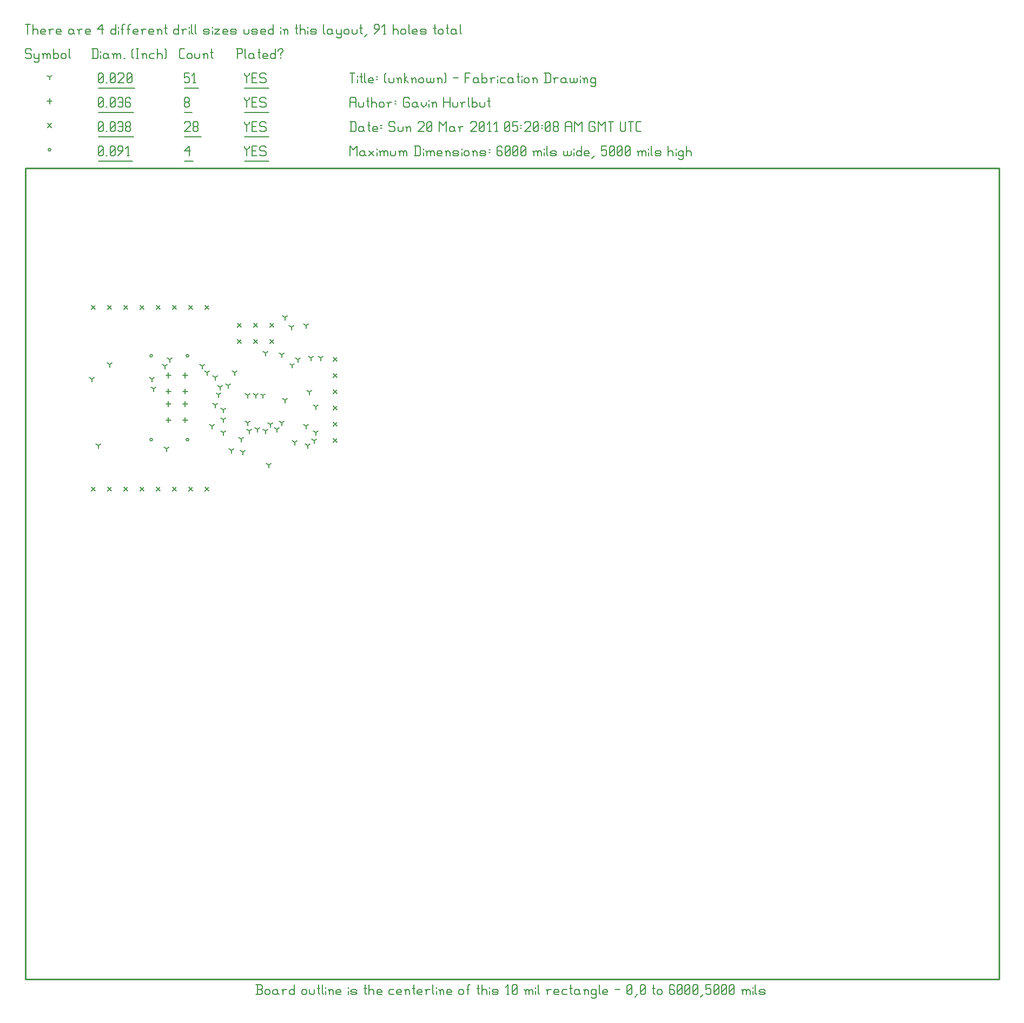
<source format=gbr>
G04 start of page 11 for group -3984 idx -3984 *
G04 Title: (unknown), fab *
G04 Creator: pcb 20091103 *
G04 CreationDate: Sun 20 Mar 2011 05:20:08 AM GMT UTC *
G04 For: gjhurlbu *
G04 Format: Gerber/RS-274X *
G04 PCB-Dimensions: 600000 500000 *
G04 PCB-Coordinate-Origin: lower left *
%MOIN*%
%FSLAX25Y25*%
%LNFAB*%
%ADD11C,0.0100*%
%ADD31R,0.0080X0.0080*%
%ADD32C,0.0060*%
G54D31*X99200Y384300D02*G75*G03X100800Y384300I800J0D01*G01*
G75*G03X99200Y384300I-800J0D01*G01*
X76800D02*G75*G03X78400Y384300I800J0D01*G01*
G75*G03X76800Y384300I-800J0D01*G01*
X99200Y332600D02*G75*G03X100800Y332600I800J0D01*G01*
G75*G03X99200Y332600I-800J0D01*G01*
X76800D02*G75*G03X78400Y332600I800J0D01*G01*
G75*G03X76800Y332600I-800J0D01*G01*
X14200Y511250D02*G75*G03X15800Y511250I800J0D01*G01*
G75*G03X14200Y511250I-800J0D01*G01*
G54D32*X135000Y513500D02*Y512750D01*
X136500Y511250D01*
X138000Y512750D01*
Y513500D02*Y512750D01*
X136500Y511250D02*Y507500D01*
X139801Y510500D02*X142051D01*
X139801Y507500D02*X142801D01*
X139801Y513500D02*Y507500D01*
Y513500D02*X142801D01*
X147603D02*X148353Y512750D01*
X145353Y513500D02*X147603D01*
X144603Y512750D02*X145353Y513500D01*
X144603Y512750D02*Y511250D01*
X145353Y510500D01*
X147603D01*
X148353Y509750D01*
Y508250D01*
X147603Y507500D02*X148353Y508250D01*
X145353Y507500D02*X147603D01*
X144603Y508250D02*X145353Y507500D01*
X135000Y504249D02*X150154D01*
X98000Y510500D02*X101000Y513500D01*
X98000Y510500D02*X101750D01*
X101000Y513500D02*Y507500D01*
X98000Y504249D02*X103551D01*
X45000Y508250D02*X45750Y507500D01*
X45000Y512750D02*Y508250D01*
Y512750D02*X45750Y513500D01*
X47250D01*
X48000Y512750D01*
Y508250D01*
X47250Y507500D02*X48000Y508250D01*
X45750Y507500D02*X47250D01*
X45000Y509000D02*X48000Y512000D01*
X49801Y507500D02*X50551D01*
X52353Y508250D02*X53103Y507500D01*
X52353Y512750D02*Y508250D01*
Y512750D02*X53103Y513500D01*
X54603D01*
X55353Y512750D01*
Y508250D01*
X54603Y507500D02*X55353Y508250D01*
X53103Y507500D02*X54603D01*
X52353Y509000D02*X55353Y512000D01*
X57154Y507500D02*X60154Y510500D01*
Y512750D02*Y510500D01*
X59404Y513500D02*X60154Y512750D01*
X57904Y513500D02*X59404D01*
X57154Y512750D02*X57904Y513500D01*
X57154Y512750D02*Y511250D01*
X57904Y510500D01*
X60154D01*
X62706Y507500D02*X64206D01*
X63456Y513500D02*Y507500D01*
X61956Y512000D02*X63456Y513500D01*
X45000Y504249D02*X66007D01*
X150800Y404200D02*X153200Y401800D01*
X150800D02*X153200Y404200D01*
X150800Y394200D02*X153200Y391800D01*
X150800D02*X153200Y394200D01*
X140800Y404200D02*X143200Y401800D01*
X140800D02*X143200Y404200D01*
X140800Y394200D02*X143200Y391800D01*
X140800D02*X143200Y394200D01*
X130800Y404200D02*X133200Y401800D01*
X130800D02*X133200Y404200D01*
X130800Y394200D02*X133200Y391800D01*
X130800D02*X133200Y394200D01*
X40800Y415200D02*X43200Y412800D01*
X40800D02*X43200Y415200D01*
X50800D02*X53200Y412800D01*
X50800D02*X53200Y415200D01*
X60800D02*X63200Y412800D01*
X60800D02*X63200Y415200D01*
X70800D02*X73200Y412800D01*
X70800D02*X73200Y415200D01*
X80800D02*X83200Y412800D01*
X80800D02*X83200Y415200D01*
X90800D02*X93200Y412800D01*
X90800D02*X93200Y415200D01*
X100800D02*X103200Y412800D01*
X100800D02*X103200Y415200D01*
X110800D02*X113200Y412800D01*
X110800D02*X113200Y415200D01*
X189800Y383200D02*X192200Y380800D01*
X189800D02*X192200Y383200D01*
X189800Y373200D02*X192200Y370800D01*
X189800D02*X192200Y373200D01*
X189800Y363200D02*X192200Y360800D01*
X189800D02*X192200Y363200D01*
X189800Y353200D02*X192200Y350800D01*
X189800D02*X192200Y353200D01*
X189800Y343200D02*X192200Y340800D01*
X189800D02*X192200Y343200D01*
X189800Y333200D02*X192200Y330800D01*
X189800D02*X192200Y333200D01*
X40800Y303200D02*X43200Y300800D01*
X40800D02*X43200Y303200D01*
X50800D02*X53200Y300800D01*
X50800D02*X53200Y303200D01*
X60800D02*X63200Y300800D01*
X60800D02*X63200Y303200D01*
X70800D02*X73200Y300800D01*
X70800D02*X73200Y303200D01*
X80800D02*X83200Y300800D01*
X80800D02*X83200Y303200D01*
X90800D02*X93200Y300800D01*
X90800D02*X93200Y303200D01*
X100800D02*X103200Y300800D01*
X100800D02*X103200Y303200D01*
X110800D02*X113200Y300800D01*
X110800D02*X113200Y303200D01*
X13800Y527450D02*X16200Y525050D01*
X13800D02*X16200Y527450D01*
X135000Y528500D02*Y527750D01*
X136500Y526250D01*
X138000Y527750D01*
Y528500D02*Y527750D01*
X136500Y526250D02*Y522500D01*
X139801Y525500D02*X142051D01*
X139801Y522500D02*X142801D01*
X139801Y528500D02*Y522500D01*
Y528500D02*X142801D01*
X147603D02*X148353Y527750D01*
X145353Y528500D02*X147603D01*
X144603Y527750D02*X145353Y528500D01*
X144603Y527750D02*Y526250D01*
X145353Y525500D01*
X147603D01*
X148353Y524750D01*
Y523250D01*
X147603Y522500D02*X148353Y523250D01*
X145353Y522500D02*X147603D01*
X144603Y523250D02*X145353Y522500D01*
X135000Y519249D02*X150154D01*
X98000Y527750D02*X98750Y528500D01*
X101000D01*
X101750Y527750D01*
Y526250D01*
X98000Y522500D02*X101750Y526250D01*
X98000Y522500D02*X101750D01*
X103551Y523250D02*X104301Y522500D01*
X103551Y524750D02*Y523250D01*
Y524750D02*X104301Y525500D01*
X105801D01*
X106551Y524750D01*
Y523250D01*
X105801Y522500D02*X106551Y523250D01*
X104301Y522500D02*X105801D01*
X103551Y526250D02*X104301Y525500D01*
X103551Y527750D02*Y526250D01*
Y527750D02*X104301Y528500D01*
X105801D01*
X106551Y527750D01*
Y526250D01*
X105801Y525500D02*X106551Y526250D01*
X98000Y519249D02*X108353D01*
X45000Y523250D02*X45750Y522500D01*
X45000Y527750D02*Y523250D01*
Y527750D02*X45750Y528500D01*
X47250D01*
X48000Y527750D01*
Y523250D01*
X47250Y522500D02*X48000Y523250D01*
X45750Y522500D02*X47250D01*
X45000Y524000D02*X48000Y527000D01*
X49801Y522500D02*X50551D01*
X52353Y523250D02*X53103Y522500D01*
X52353Y527750D02*Y523250D01*
Y527750D02*X53103Y528500D01*
X54603D01*
X55353Y527750D01*
Y523250D01*
X54603Y522500D02*X55353Y523250D01*
X53103Y522500D02*X54603D01*
X52353Y524000D02*X55353Y527000D01*
X57154Y527750D02*X57904Y528500D01*
X59404D01*
X60154Y527750D01*
Y523250D01*
X59404Y522500D02*X60154Y523250D01*
X57904Y522500D02*X59404D01*
X57154Y523250D02*X57904Y522500D01*
Y525500D02*X60154D01*
X61956Y523250D02*X62706Y522500D01*
X61956Y524750D02*Y523250D01*
Y524750D02*X62706Y525500D01*
X64206D01*
X64956Y524750D01*
Y523250D01*
X64206Y522500D02*X64956Y523250D01*
X62706Y522500D02*X64206D01*
X61956Y526250D02*X62706Y525500D01*
X61956Y527750D02*Y526250D01*
Y527750D02*X62706Y528500D01*
X64206D01*
X64956Y527750D01*
Y526250D01*
X64206Y525500D02*X64956Y526250D01*
X45000Y519249D02*X66757D01*
X88300Y373800D02*Y370600D01*
X86700Y372200D02*X89900D01*
X88300Y364000D02*Y360800D01*
X86700Y362400D02*X89900D01*
X88300Y356100D02*Y352900D01*
X86700Y354500D02*X89900D01*
X88300Y346300D02*Y343100D01*
X86700Y344700D02*X89900D01*
X98600Y373800D02*Y370600D01*
X97000Y372200D02*X100200D01*
X98600Y364000D02*Y360800D01*
X97000Y362400D02*X100200D01*
X98600Y356100D02*Y352900D01*
X97000Y354500D02*X100200D01*
X98600Y346300D02*Y343100D01*
X97000Y344700D02*X100200D01*
X15000Y542850D02*Y539650D01*
X13400Y541250D02*X16600D01*
X135000Y543500D02*Y542750D01*
X136500Y541250D01*
X138000Y542750D01*
Y543500D02*Y542750D01*
X136500Y541250D02*Y537500D01*
X139801Y540500D02*X142051D01*
X139801Y537500D02*X142801D01*
X139801Y543500D02*Y537500D01*
Y543500D02*X142801D01*
X147603D02*X148353Y542750D01*
X145353Y543500D02*X147603D01*
X144603Y542750D02*X145353Y543500D01*
X144603Y542750D02*Y541250D01*
X145353Y540500D01*
X147603D01*
X148353Y539750D01*
Y538250D01*
X147603Y537500D02*X148353Y538250D01*
X145353Y537500D02*X147603D01*
X144603Y538250D02*X145353Y537500D01*
X135000Y534249D02*X150154D01*
X98000Y538250D02*X98750Y537500D01*
X98000Y539750D02*Y538250D01*
Y539750D02*X98750Y540500D01*
X100250D01*
X101000Y539750D01*
Y538250D01*
X100250Y537500D02*X101000Y538250D01*
X98750Y537500D02*X100250D01*
X98000Y541250D02*X98750Y540500D01*
X98000Y542750D02*Y541250D01*
Y542750D02*X98750Y543500D01*
X100250D01*
X101000Y542750D01*
Y541250D01*
X100250Y540500D02*X101000Y541250D01*
X98000Y534249D02*X102801D01*
X45000Y538250D02*X45750Y537500D01*
X45000Y542750D02*Y538250D01*
Y542750D02*X45750Y543500D01*
X47250D01*
X48000Y542750D01*
Y538250D01*
X47250Y537500D02*X48000Y538250D01*
X45750Y537500D02*X47250D01*
X45000Y539000D02*X48000Y542000D01*
X49801Y537500D02*X50551D01*
X52353Y538250D02*X53103Y537500D01*
X52353Y542750D02*Y538250D01*
Y542750D02*X53103Y543500D01*
X54603D01*
X55353Y542750D01*
Y538250D01*
X54603Y537500D02*X55353Y538250D01*
X53103Y537500D02*X54603D01*
X52353Y539000D02*X55353Y542000D01*
X57154Y542750D02*X57904Y543500D01*
X59404D01*
X60154Y542750D01*
Y538250D01*
X59404Y537500D02*X60154Y538250D01*
X57904Y537500D02*X59404D01*
X57154Y538250D02*X57904Y537500D01*
Y540500D02*X60154D01*
X64206Y543500D02*X64956Y542750D01*
X62706Y543500D02*X64206D01*
X61956Y542750D02*X62706Y543500D01*
X61956Y542750D02*Y538250D01*
X62706Y537500D01*
X64206Y540500D02*X64956Y539750D01*
X61956Y540500D02*X64206D01*
X62706Y537500D02*X64206D01*
X64956Y538250D01*
Y539750D02*Y538250D01*
X45000Y534249D02*X66757D01*
X78000Y370000D02*Y368400D01*
Y370000D02*X79386Y370800D01*
X78000Y370000D02*X76614Y370800D01*
X41000Y370000D02*Y368400D01*
Y370000D02*X42386Y370800D01*
X41000Y370000D02*X39614Y370800D01*
X134000Y325000D02*Y323400D01*
Y325000D02*X135386Y325800D01*
X134000Y325000D02*X132614Y325800D01*
X137000Y343000D02*Y341400D01*
Y343000D02*X138386Y343800D01*
X137000Y343000D02*X135614Y343800D01*
X87000Y327000D02*Y325400D01*
Y327000D02*X88386Y327800D01*
X87000Y327000D02*X85614Y327800D01*
X79000Y364000D02*Y362400D01*
Y364000D02*X80386Y364800D01*
X79000Y364000D02*X77614Y364800D01*
X122000Y351000D02*Y349400D01*
Y351000D02*X123386Y351800D01*
X122000Y351000D02*X120614Y351800D01*
X119235Y360304D02*Y358704D01*
Y360304D02*X120621Y361104D01*
X119235Y360304D02*X117849Y361104D01*
X173000Y403000D02*Y401400D01*
Y403000D02*X174386Y403800D01*
X173000Y403000D02*X171614Y403800D01*
X125000Y366000D02*Y364400D01*
Y366000D02*X126386Y366800D01*
X125000Y366000D02*X123614Y366800D01*
X122000Y345000D02*Y343400D01*
Y345000D02*X123386Y345800D01*
X122000Y345000D02*X120614Y345800D01*
X117000Y354000D02*Y352400D01*
Y354000D02*X118386Y354800D01*
X117000Y354000D02*X115614Y354800D01*
X120000Y365000D02*Y363400D01*
Y365000D02*X121386Y365800D01*
X120000Y365000D02*X118614Y365800D01*
X158000Y343000D02*Y341400D01*
Y343000D02*X159386Y343800D01*
X158000Y343000D02*X156614Y343800D01*
X175000Y362000D02*Y360400D01*
Y362000D02*X176386Y362800D01*
X175000Y362000D02*X173614Y362800D01*
X179000Y353000D02*Y351400D01*
Y353000D02*X180386Y353800D01*
X179000Y353000D02*X177614Y353800D01*
X155000Y339000D02*Y337400D01*
Y339000D02*X156386Y339800D01*
X155000Y339000D02*X153614Y339800D01*
X151000Y342000D02*Y340400D01*
Y342000D02*X152386Y342800D01*
X151000Y342000D02*X149614Y342800D01*
X148000Y338000D02*Y336400D01*
Y338000D02*X149386Y338800D01*
X148000Y338000D02*X146614Y338800D01*
X117000Y371000D02*Y369400D01*
Y371000D02*X118386Y371800D01*
X117000Y371000D02*X115614Y371800D01*
X112000Y374000D02*Y372400D01*
Y374000D02*X113386Y374800D01*
X112000Y374000D02*X110614Y374800D01*
X109000Y378000D02*Y376400D01*
Y378000D02*X110386Y378800D01*
X109000Y378000D02*X107614Y378800D01*
X122000Y337000D02*Y335400D01*
Y337000D02*X123386Y337800D01*
X122000Y337000D02*X120614Y337800D01*
X115000Y341000D02*Y339400D01*
Y341000D02*X116386Y341800D01*
X115000Y341000D02*X113614Y341800D01*
X133000Y333000D02*Y331400D01*
Y333000D02*X134386Y333800D01*
X133000Y333000D02*X131614Y333800D01*
X127000Y326000D02*Y324400D01*
Y326000D02*X128386Y326800D01*
X127000Y326000D02*X125614Y326800D01*
X137000Y360000D02*Y358400D01*
Y360000D02*X138386Y360800D01*
X137000Y360000D02*X135614Y360800D01*
X150000Y317000D02*Y315400D01*
Y317000D02*X151386Y317800D01*
X150000Y317000D02*X148614Y317800D01*
X143000Y339000D02*Y337400D01*
Y339000D02*X144386Y339800D01*
X143000Y339000D02*X141614Y339800D01*
X52000Y379000D02*Y377400D01*
Y379000D02*X53386Y379800D01*
X52000Y379000D02*X50614Y379800D01*
X138000Y338000D02*Y336400D01*
Y338000D02*X139386Y338800D01*
X138000Y338000D02*X136614Y338800D01*
X166000Y331000D02*Y329400D01*
Y331000D02*X167386Y331800D01*
X166000Y331000D02*X164614Y331800D01*
X142000Y360000D02*Y358400D01*
Y360000D02*X143386Y360800D01*
X142000Y360000D02*X140614Y360800D01*
X129000Y374000D02*Y372400D01*
Y374000D02*X130386Y374800D01*
X129000Y374000D02*X127614Y374800D01*
X89000Y382000D02*Y380400D01*
Y382000D02*X90386Y382800D01*
X89000Y382000D02*X87614Y382800D01*
X86000Y378000D02*Y376400D01*
Y378000D02*X87386Y378800D01*
X86000Y378000D02*X84614Y378800D01*
X146559Y359849D02*Y358249D01*
Y359849D02*X147945Y360649D01*
X146559Y359849D02*X145173Y360649D01*
X158000Y385000D02*Y383400D01*
Y385000D02*X159386Y385800D01*
X158000Y385000D02*X156614Y385800D01*
X176000Y383000D02*Y381400D01*
Y383000D02*X177386Y383800D01*
X176000Y383000D02*X174614Y383800D01*
X164539Y378603D02*Y377003D01*
Y378603D02*X165925Y379403D01*
X164539Y378603D02*X163153Y379403D01*
X168000Y382000D02*Y380400D01*
Y382000D02*X169386Y382800D01*
X168000Y382000D02*X166614Y382800D01*
X173000Y341000D02*Y339400D01*
Y341000D02*X174386Y341800D01*
X173000Y341000D02*X171614Y341800D01*
X182000Y383000D02*Y381400D01*
Y383000D02*X183386Y383800D01*
X182000Y383000D02*X180614Y383800D01*
X164000Y402000D02*Y400400D01*
Y402000D02*X165386Y402800D01*
X164000Y402000D02*X162614Y402800D01*
X174000Y329000D02*Y327400D01*
Y329000D02*X175386Y329800D01*
X174000Y329000D02*X172614Y329800D01*
X178000Y332000D02*Y330400D01*
Y332000D02*X179386Y332800D01*
X178000Y332000D02*X176614Y332800D01*
X179000Y337000D02*Y335400D01*
Y337000D02*X180386Y337800D01*
X179000Y337000D02*X177614Y337800D01*
X148000Y386000D02*Y384400D01*
Y386000D02*X149386Y386800D01*
X148000Y386000D02*X146614Y386800D01*
X160000Y357000D02*Y355400D01*
Y357000D02*X161386Y357800D01*
X160000Y357000D02*X158614Y357800D01*
X160000Y408000D02*Y406400D01*
Y408000D02*X161386Y408800D01*
X160000Y408000D02*X158614Y408800D01*
X45000Y329000D02*Y327400D01*
Y329000D02*X46386Y329800D01*
X45000Y329000D02*X43614Y329800D01*
X15000Y556250D02*Y554650D01*
Y556250D02*X16386Y557050D01*
X15000Y556250D02*X13614Y557050D01*
X135000Y558500D02*Y557750D01*
X136500Y556250D01*
X138000Y557750D01*
Y558500D02*Y557750D01*
X136500Y556250D02*Y552500D01*
X139801Y555500D02*X142051D01*
X139801Y552500D02*X142801D01*
X139801Y558500D02*Y552500D01*
Y558500D02*X142801D01*
X147603D02*X148353Y557750D01*
X145353Y558500D02*X147603D01*
X144603Y557750D02*X145353Y558500D01*
X144603Y557750D02*Y556250D01*
X145353Y555500D01*
X147603D01*
X148353Y554750D01*
Y553250D01*
X147603Y552500D02*X148353Y553250D01*
X145353Y552500D02*X147603D01*
X144603Y553250D02*X145353Y552500D01*
X135000Y549249D02*X150154D01*
X98000Y558500D02*X101000D01*
X98000D02*Y555500D01*
X98750Y556250D01*
X100250D01*
X101000Y555500D01*
Y553250D01*
X100250Y552500D02*X101000Y553250D01*
X98750Y552500D02*X100250D01*
X98000Y553250D02*X98750Y552500D01*
X103551D02*X105051D01*
X104301Y558500D02*Y552500D01*
X102801Y557000D02*X104301Y558500D01*
X98000Y549249D02*X106853D01*
X45000Y553250D02*X45750Y552500D01*
X45000Y557750D02*Y553250D01*
Y557750D02*X45750Y558500D01*
X47250D01*
X48000Y557750D01*
Y553250D01*
X47250Y552500D02*X48000Y553250D01*
X45750Y552500D02*X47250D01*
X45000Y554000D02*X48000Y557000D01*
X49801Y552500D02*X50551D01*
X52353Y553250D02*X53103Y552500D01*
X52353Y557750D02*Y553250D01*
Y557750D02*X53103Y558500D01*
X54603D01*
X55353Y557750D01*
Y553250D01*
X54603Y552500D02*X55353Y553250D01*
X53103Y552500D02*X54603D01*
X52353Y554000D02*X55353Y557000D01*
X57154Y557750D02*X57904Y558500D01*
X60154D01*
X60904Y557750D01*
Y556250D01*
X57154Y552500D02*X60904Y556250D01*
X57154Y552500D02*X60904D01*
X62706Y553250D02*X63456Y552500D01*
X62706Y557750D02*Y553250D01*
Y557750D02*X63456Y558500D01*
X64956D01*
X65706Y557750D01*
Y553250D01*
X64956Y552500D02*X65706Y553250D01*
X63456Y552500D02*X64956D01*
X62706Y554000D02*X65706Y557000D01*
X45000Y549249D02*X67507D01*
X3000Y573500D02*X3750Y572750D01*
X750Y573500D02*X3000D01*
X0Y572750D02*X750Y573500D01*
X0Y572750D02*Y571250D01*
X750Y570500D01*
X3000D01*
X3750Y569750D01*
Y568250D01*
X3000Y567500D02*X3750Y568250D01*
X750Y567500D02*X3000D01*
X0Y568250D02*X750Y567500D01*
X5551Y570500D02*Y568250D01*
X6301Y567500D01*
X8551Y570500D02*Y566000D01*
X7801Y565250D02*X8551Y566000D01*
X6301Y565250D02*X7801D01*
X5551Y566000D02*X6301Y565250D01*
Y567500D02*X7801D01*
X8551Y568250D01*
X11103Y569750D02*Y567500D01*
Y569750D02*X11853Y570500D01*
X12603D01*
X13353Y569750D01*
Y567500D01*
Y569750D02*X14103Y570500D01*
X14853D01*
X15603Y569750D01*
Y567500D01*
X10353Y570500D02*X11103Y569750D01*
X17404Y573500D02*Y567500D01*
Y568250D02*X18154Y567500D01*
X19654D01*
X20404Y568250D01*
Y569750D02*Y568250D01*
X19654Y570500D02*X20404Y569750D01*
X18154Y570500D02*X19654D01*
X17404Y569750D02*X18154Y570500D01*
X22206Y569750D02*Y568250D01*
Y569750D02*X22956Y570500D01*
X24456D01*
X25206Y569750D01*
Y568250D01*
X24456Y567500D02*X25206Y568250D01*
X22956Y567500D02*X24456D01*
X22206Y568250D02*X22956Y567500D01*
X27007Y573500D02*Y568250D01*
X27757Y567500D01*
X41750Y573500D02*Y567500D01*
X44000Y573500D02*X44750Y572750D01*
Y568250D01*
X44000Y567500D02*X44750Y568250D01*
X41000Y567500D02*X44000D01*
X41000Y573500D02*X44000D01*
X46551Y572000D02*Y571250D01*
Y569750D02*Y567500D01*
X50303Y570500D02*X51053Y569750D01*
X48803Y570500D02*X50303D01*
X48053Y569750D02*X48803Y570500D01*
X48053Y569750D02*Y568250D01*
X48803Y567500D01*
X51053Y570500D02*Y568250D01*
X51803Y567500D01*
X48803D02*X50303D01*
X51053Y568250D01*
X54354Y569750D02*Y567500D01*
Y569750D02*X55104Y570500D01*
X55854D01*
X56604Y569750D01*
Y567500D01*
Y569750D02*X57354Y570500D01*
X58104D01*
X58854Y569750D01*
Y567500D01*
X53604Y570500D02*X54354Y569750D01*
X60656Y567500D02*X61406D01*
X65907Y568250D02*X66657Y567500D01*
X65907Y572750D02*X66657Y573500D01*
X65907Y572750D02*Y568250D01*
X68459Y573500D02*X69959D01*
X69209D02*Y567500D01*
X68459D02*X69959D01*
X72510Y569750D02*Y567500D01*
Y569750D02*X73260Y570500D01*
X74010D01*
X74760Y569750D01*
Y567500D01*
X71760Y570500D02*X72510Y569750D01*
X77312Y570500D02*X79562D01*
X76562Y569750D02*X77312Y570500D01*
X76562Y569750D02*Y568250D01*
X77312Y567500D01*
X79562D01*
X81363Y573500D02*Y567500D01*
Y569750D02*X82113Y570500D01*
X83613D01*
X84363Y569750D01*
Y567500D01*
X86165Y573500D02*X86915Y572750D01*
Y568250D01*
X86165Y567500D02*X86915Y568250D01*
X95750Y567500D02*X98000D01*
X95000Y568250D02*X95750Y567500D01*
X95000Y572750D02*Y568250D01*
Y572750D02*X95750Y573500D01*
X98000D01*
X99801Y569750D02*Y568250D01*
Y569750D02*X100551Y570500D01*
X102051D01*
X102801Y569750D01*
Y568250D01*
X102051Y567500D02*X102801Y568250D01*
X100551Y567500D02*X102051D01*
X99801Y568250D02*X100551Y567500D01*
X104603Y570500D02*Y568250D01*
X105353Y567500D01*
X106853D01*
X107603Y568250D01*
Y570500D02*Y568250D01*
X110154Y569750D02*Y567500D01*
Y569750D02*X110904Y570500D01*
X111654D01*
X112404Y569750D01*
Y567500D01*
X109404Y570500D02*X110154Y569750D01*
X114956Y573500D02*Y568250D01*
X115706Y567500D01*
X114206Y571250D02*X115706D01*
X130750Y573500D02*Y567500D01*
X130000Y573500D02*X133000D01*
X133750Y572750D01*
Y571250D01*
X133000Y570500D02*X133750Y571250D01*
X130750Y570500D02*X133000D01*
X135551Y573500D02*Y568250D01*
X136301Y567500D01*
X140053Y570500D02*X140803Y569750D01*
X138553Y570500D02*X140053D01*
X137803Y569750D02*X138553Y570500D01*
X137803Y569750D02*Y568250D01*
X138553Y567500D01*
X140803Y570500D02*Y568250D01*
X141553Y567500D01*
X138553D02*X140053D01*
X140803Y568250D01*
X144104Y573500D02*Y568250D01*
X144854Y567500D01*
X143354Y571250D02*X144854D01*
X147106Y567500D02*X149356D01*
X146356Y568250D02*X147106Y567500D01*
X146356Y569750D02*Y568250D01*
Y569750D02*X147106Y570500D01*
X148606D01*
X149356Y569750D01*
X146356Y569000D02*X149356D01*
Y569750D02*Y569000D01*
X154157Y573500D02*Y567500D01*
X153407D02*X154157Y568250D01*
X151907Y567500D02*X153407D01*
X151157Y568250D02*X151907Y567500D01*
X151157Y569750D02*Y568250D01*
Y569750D02*X151907Y570500D01*
X153407D01*
X154157Y569750D01*
X157459Y570500D02*Y569750D01*
Y568250D02*Y567500D01*
X155959Y572750D02*Y572000D01*
Y572750D02*X156709Y573500D01*
X158209D01*
X158959Y572750D01*
Y572000D01*
X157459Y570500D02*X158959Y572000D01*
X0Y588500D02*X3000D01*
X1500D02*Y582500D01*
X4801Y588500D02*Y582500D01*
Y584750D02*X5551Y585500D01*
X7051D01*
X7801Y584750D01*
Y582500D01*
X10353D02*X12603D01*
X9603Y583250D02*X10353Y582500D01*
X9603Y584750D02*Y583250D01*
Y584750D02*X10353Y585500D01*
X11853D01*
X12603Y584750D01*
X9603Y584000D02*X12603D01*
Y584750D02*Y584000D01*
X15154Y584750D02*Y582500D01*
Y584750D02*X15904Y585500D01*
X17404D01*
X14404D02*X15154Y584750D01*
X19956Y582500D02*X22206D01*
X19206Y583250D02*X19956Y582500D01*
X19206Y584750D02*Y583250D01*
Y584750D02*X19956Y585500D01*
X21456D01*
X22206Y584750D01*
X19206Y584000D02*X22206D01*
Y584750D02*Y584000D01*
X28957Y585500D02*X29707Y584750D01*
X27457Y585500D02*X28957D01*
X26707Y584750D02*X27457Y585500D01*
X26707Y584750D02*Y583250D01*
X27457Y582500D01*
X29707Y585500D02*Y583250D01*
X30457Y582500D01*
X27457D02*X28957D01*
X29707Y583250D01*
X33009Y584750D02*Y582500D01*
Y584750D02*X33759Y585500D01*
X35259D01*
X32259D02*X33009Y584750D01*
X37810Y582500D02*X40060D01*
X37060Y583250D02*X37810Y582500D01*
X37060Y584750D02*Y583250D01*
Y584750D02*X37810Y585500D01*
X39310D01*
X40060Y584750D01*
X37060Y584000D02*X40060D01*
Y584750D02*Y584000D01*
X44562Y585500D02*X47562Y588500D01*
X44562Y585500D02*X48312D01*
X47562Y588500D02*Y582500D01*
X55813Y588500D02*Y582500D01*
X55063D02*X55813Y583250D01*
X53563Y582500D02*X55063D01*
X52813Y583250D02*X53563Y582500D01*
X52813Y584750D02*Y583250D01*
Y584750D02*X53563Y585500D01*
X55063D01*
X55813Y584750D01*
X57615Y587000D02*Y586250D01*
Y584750D02*Y582500D01*
X59866Y587750D02*Y582500D01*
Y587750D02*X60616Y588500D01*
X61366D01*
X59116Y585500D02*X60616D01*
X63618Y587750D02*Y582500D01*
Y587750D02*X64368Y588500D01*
X65118D01*
X62868Y585500D02*X64368D01*
X67369Y582500D02*X69619D01*
X66619Y583250D02*X67369Y582500D01*
X66619Y584750D02*Y583250D01*
Y584750D02*X67369Y585500D01*
X68869D01*
X69619Y584750D01*
X66619Y584000D02*X69619D01*
Y584750D02*Y584000D01*
X72171Y584750D02*Y582500D01*
Y584750D02*X72921Y585500D01*
X74421D01*
X71421D02*X72171Y584750D01*
X76972Y582500D02*X79222D01*
X76222Y583250D02*X76972Y582500D01*
X76222Y584750D02*Y583250D01*
Y584750D02*X76972Y585500D01*
X78472D01*
X79222Y584750D01*
X76222Y584000D02*X79222D01*
Y584750D02*Y584000D01*
X81774Y584750D02*Y582500D01*
Y584750D02*X82524Y585500D01*
X83274D01*
X84024Y584750D01*
Y582500D01*
X81024Y585500D02*X81774Y584750D01*
X86575Y588500D02*Y583250D01*
X87325Y582500D01*
X85825Y586250D02*X87325D01*
X94527Y588500D02*Y582500D01*
X93777D02*X94527Y583250D01*
X92277Y582500D02*X93777D01*
X91527Y583250D02*X92277Y582500D01*
X91527Y584750D02*Y583250D01*
Y584750D02*X92277Y585500D01*
X93777D01*
X94527Y584750D01*
X97078D02*Y582500D01*
Y584750D02*X97828Y585500D01*
X99328D01*
X96328D02*X97078Y584750D01*
X101130Y587000D02*Y586250D01*
Y584750D02*Y582500D01*
X102631Y588500D02*Y583250D01*
X103381Y582500D01*
X104883Y588500D02*Y583250D01*
X105633Y582500D01*
X110584D02*X112834D01*
X113584Y583250D01*
X112834Y584000D02*X113584Y583250D01*
X110584Y584000D02*X112834D01*
X109834Y584750D02*X110584Y584000D01*
X109834Y584750D02*X110584Y585500D01*
X112834D01*
X113584Y584750D01*
X109834Y583250D02*X110584Y582500D01*
X115386Y587000D02*Y586250D01*
Y584750D02*Y582500D01*
X116887Y585500D02*X119887D01*
X116887Y582500D02*X119887Y585500D01*
X116887Y582500D02*X119887D01*
X122439D02*X124689D01*
X121689Y583250D02*X122439Y582500D01*
X121689Y584750D02*Y583250D01*
Y584750D02*X122439Y585500D01*
X123939D01*
X124689Y584750D01*
X121689Y584000D02*X124689D01*
Y584750D02*Y584000D01*
X127240Y582500D02*X129490D01*
X130240Y583250D01*
X129490Y584000D02*X130240Y583250D01*
X127240Y584000D02*X129490D01*
X126490Y584750D02*X127240Y584000D01*
X126490Y584750D02*X127240Y585500D01*
X129490D01*
X130240Y584750D01*
X126490Y583250D02*X127240Y582500D01*
X134742Y585500D02*Y583250D01*
X135492Y582500D01*
X136992D01*
X137742Y583250D01*
Y585500D02*Y583250D01*
X140293Y582500D02*X142543D01*
X143293Y583250D01*
X142543Y584000D02*X143293Y583250D01*
X140293Y584000D02*X142543D01*
X139543Y584750D02*X140293Y584000D01*
X139543Y584750D02*X140293Y585500D01*
X142543D01*
X143293Y584750D01*
X139543Y583250D02*X140293Y582500D01*
X145845D02*X148095D01*
X145095Y583250D02*X145845Y582500D01*
X145095Y584750D02*Y583250D01*
Y584750D02*X145845Y585500D01*
X147345D01*
X148095Y584750D01*
X145095Y584000D02*X148095D01*
Y584750D02*Y584000D01*
X152896Y588500D02*Y582500D01*
X152146D02*X152896Y583250D01*
X150646Y582500D02*X152146D01*
X149896Y583250D02*X150646Y582500D01*
X149896Y584750D02*Y583250D01*
Y584750D02*X150646Y585500D01*
X152146D01*
X152896Y584750D01*
X157398Y587000D02*Y586250D01*
Y584750D02*Y582500D01*
X159649Y584750D02*Y582500D01*
Y584750D02*X160399Y585500D01*
X161149D01*
X161899Y584750D01*
Y582500D01*
X158899Y585500D02*X159649Y584750D01*
X167151Y588500D02*Y583250D01*
X167901Y582500D01*
X166401Y586250D02*X167901D01*
X169402Y588500D02*Y582500D01*
Y584750D02*X170152Y585500D01*
X171652D01*
X172402Y584750D01*
Y582500D01*
X174204Y587000D02*Y586250D01*
Y584750D02*Y582500D01*
X176455D02*X178705D01*
X179455Y583250D01*
X178705Y584000D02*X179455Y583250D01*
X176455Y584000D02*X178705D01*
X175705Y584750D02*X176455Y584000D01*
X175705Y584750D02*X176455Y585500D01*
X178705D01*
X179455Y584750D01*
X175705Y583250D02*X176455Y582500D01*
X183957Y588500D02*Y583250D01*
X184707Y582500D01*
X188458Y585500D02*X189208Y584750D01*
X186958Y585500D02*X188458D01*
X186208Y584750D02*X186958Y585500D01*
X186208Y584750D02*Y583250D01*
X186958Y582500D01*
X189208Y585500D02*Y583250D01*
X189958Y582500D01*
X186958D02*X188458D01*
X189208Y583250D01*
X191760Y585500D02*Y583250D01*
X192510Y582500D01*
X194760Y585500D02*Y581000D01*
X194010Y580250D02*X194760Y581000D01*
X192510Y580250D02*X194010D01*
X191760Y581000D02*X192510Y580250D01*
Y582500D02*X194010D01*
X194760Y583250D01*
X196561Y584750D02*Y583250D01*
Y584750D02*X197311Y585500D01*
X198811D01*
X199561Y584750D01*
Y583250D01*
X198811Y582500D02*X199561Y583250D01*
X197311Y582500D02*X198811D01*
X196561Y583250D02*X197311Y582500D01*
X201363Y585500D02*Y583250D01*
X202113Y582500D01*
X203613D01*
X204363Y583250D01*
Y585500D02*Y583250D01*
X206914Y588500D02*Y583250D01*
X207664Y582500D01*
X206164Y586250D02*X207664D01*
X209166Y581000D02*X210666Y582500D01*
X215167D02*X218167Y585500D01*
Y587750D02*Y585500D01*
X217417Y588500D02*X218167Y587750D01*
X215917Y588500D02*X217417D01*
X215167Y587750D02*X215917Y588500D01*
X215167Y587750D02*Y586250D01*
X215917Y585500D01*
X218167D01*
X220719Y582500D02*X222219D01*
X221469Y588500D02*Y582500D01*
X219969Y587000D02*X221469Y588500D01*
X226720D02*Y582500D01*
Y584750D02*X227470Y585500D01*
X228970D01*
X229720Y584750D01*
Y582500D01*
X231522Y584750D02*Y583250D01*
Y584750D02*X232272Y585500D01*
X233772D01*
X234522Y584750D01*
Y583250D01*
X233772Y582500D02*X234522Y583250D01*
X232272Y582500D02*X233772D01*
X231522Y583250D02*X232272Y582500D01*
X236323Y588500D02*Y583250D01*
X237073Y582500D01*
X239325D02*X241575D01*
X238575Y583250D02*X239325Y582500D01*
X238575Y584750D02*Y583250D01*
Y584750D02*X239325Y585500D01*
X240825D01*
X241575Y584750D01*
X238575Y584000D02*X241575D01*
Y584750D02*Y584000D01*
X244126Y582500D02*X246376D01*
X247126Y583250D01*
X246376Y584000D02*X247126Y583250D01*
X244126Y584000D02*X246376D01*
X243376Y584750D02*X244126Y584000D01*
X243376Y584750D02*X244126Y585500D01*
X246376D01*
X247126Y584750D01*
X243376Y583250D02*X244126Y582500D01*
X252378Y588500D02*Y583250D01*
X253128Y582500D01*
X251628Y586250D02*X253128D01*
X254629Y584750D02*Y583250D01*
Y584750D02*X255379Y585500D01*
X256879D01*
X257629Y584750D01*
Y583250D01*
X256879Y582500D02*X257629Y583250D01*
X255379Y582500D02*X256879D01*
X254629Y583250D02*X255379Y582500D01*
X260181Y588500D02*Y583250D01*
X260931Y582500D01*
X259431Y586250D02*X260931D01*
X264682Y585500D02*X265432Y584750D01*
X263182Y585500D02*X264682D01*
X262432Y584750D02*X263182Y585500D01*
X262432Y584750D02*Y583250D01*
X263182Y582500D01*
X265432Y585500D02*Y583250D01*
X266182Y582500D01*
X263182D02*X264682D01*
X265432Y583250D01*
X267984Y588500D02*Y583250D01*
X268734Y582500D01*
G54D11*X0Y500000D02*X600000D01*
X0D02*Y0D01*
X600000Y500000D02*Y0D01*
X0D02*X600000D01*
G54D32*X200000Y513500D02*Y507500D01*
Y513500D02*X202250Y511250D01*
X204500Y513500D01*
Y507500D01*
X208551Y510500D02*X209301Y509750D01*
X207051Y510500D02*X208551D01*
X206301Y509750D02*X207051Y510500D01*
X206301Y509750D02*Y508250D01*
X207051Y507500D01*
X209301Y510500D02*Y508250D01*
X210051Y507500D01*
X207051D02*X208551D01*
X209301Y508250D01*
X211853Y510500D02*X214853Y507500D01*
X211853D02*X214853Y510500D01*
X216654Y512000D02*Y511250D01*
Y509750D02*Y507500D01*
X218906Y509750D02*Y507500D01*
Y509750D02*X219656Y510500D01*
X220406D01*
X221156Y509750D01*
Y507500D01*
Y509750D02*X221906Y510500D01*
X222656D01*
X223406Y509750D01*
Y507500D01*
X218156Y510500D02*X218906Y509750D01*
X225207Y510500D02*Y508250D01*
X225957Y507500D01*
X227457D01*
X228207Y508250D01*
Y510500D02*Y508250D01*
X230759Y509750D02*Y507500D01*
Y509750D02*X231509Y510500D01*
X232259D01*
X233009Y509750D01*
Y507500D01*
Y509750D02*X233759Y510500D01*
X234509D01*
X235259Y509750D01*
Y507500D01*
X230009Y510500D02*X230759Y509750D01*
X240510Y513500D02*Y507500D01*
X242760Y513500D02*X243510Y512750D01*
Y508250D01*
X242760Y507500D02*X243510Y508250D01*
X239760Y507500D02*X242760D01*
X239760Y513500D02*X242760D01*
X245312Y512000D02*Y511250D01*
Y509750D02*Y507500D01*
X247563Y509750D02*Y507500D01*
Y509750D02*X248313Y510500D01*
X249063D01*
X249813Y509750D01*
Y507500D01*
Y509750D02*X250563Y510500D01*
X251313D01*
X252063Y509750D01*
Y507500D01*
X246813Y510500D02*X247563Y509750D01*
X254615Y507500D02*X256865D01*
X253865Y508250D02*X254615Y507500D01*
X253865Y509750D02*Y508250D01*
Y509750D02*X254615Y510500D01*
X256115D01*
X256865Y509750D01*
X253865Y509000D02*X256865D01*
Y509750D02*Y509000D01*
X259416Y509750D02*Y507500D01*
Y509750D02*X260166Y510500D01*
X260916D01*
X261666Y509750D01*
Y507500D01*
X258666Y510500D02*X259416Y509750D01*
X264218Y507500D02*X266468D01*
X267218Y508250D01*
X266468Y509000D02*X267218Y508250D01*
X264218Y509000D02*X266468D01*
X263468Y509750D02*X264218Y509000D01*
X263468Y509750D02*X264218Y510500D01*
X266468D01*
X267218Y509750D01*
X263468Y508250D02*X264218Y507500D01*
X269019Y512000D02*Y511250D01*
Y509750D02*Y507500D01*
X270521Y509750D02*Y508250D01*
Y509750D02*X271271Y510500D01*
X272771D01*
X273521Y509750D01*
Y508250D01*
X272771Y507500D02*X273521Y508250D01*
X271271Y507500D02*X272771D01*
X270521Y508250D02*X271271Y507500D01*
X276072Y509750D02*Y507500D01*
Y509750D02*X276822Y510500D01*
X277572D01*
X278322Y509750D01*
Y507500D01*
X275322Y510500D02*X276072Y509750D01*
X280874Y507500D02*X283124D01*
X283874Y508250D01*
X283124Y509000D02*X283874Y508250D01*
X280874Y509000D02*X283124D01*
X280124Y509750D02*X280874Y509000D01*
X280124Y509750D02*X280874Y510500D01*
X283124D01*
X283874Y509750D01*
X280124Y508250D02*X280874Y507500D01*
X285675Y511250D02*X286425D01*
X285675Y509750D02*X286425D01*
X293177Y513500D02*X293927Y512750D01*
X291677Y513500D02*X293177D01*
X290927Y512750D02*X291677Y513500D01*
X290927Y512750D02*Y508250D01*
X291677Y507500D01*
X293177Y510500D02*X293927Y509750D01*
X290927Y510500D02*X293177D01*
X291677Y507500D02*X293177D01*
X293927Y508250D01*
Y509750D02*Y508250D01*
X295728D02*X296478Y507500D01*
X295728Y512750D02*Y508250D01*
Y512750D02*X296478Y513500D01*
X297978D01*
X298728Y512750D01*
Y508250D01*
X297978Y507500D02*X298728Y508250D01*
X296478Y507500D02*X297978D01*
X295728Y509000D02*X298728Y512000D01*
X300530Y508250D02*X301280Y507500D01*
X300530Y512750D02*Y508250D01*
Y512750D02*X301280Y513500D01*
X302780D01*
X303530Y512750D01*
Y508250D01*
X302780Y507500D02*X303530Y508250D01*
X301280Y507500D02*X302780D01*
X300530Y509000D02*X303530Y512000D01*
X305331Y508250D02*X306081Y507500D01*
X305331Y512750D02*Y508250D01*
Y512750D02*X306081Y513500D01*
X307581D01*
X308331Y512750D01*
Y508250D01*
X307581Y507500D02*X308331Y508250D01*
X306081Y507500D02*X307581D01*
X305331Y509000D02*X308331Y512000D01*
X313583Y509750D02*Y507500D01*
Y509750D02*X314333Y510500D01*
X315083D01*
X315833Y509750D01*
Y507500D01*
Y509750D02*X316583Y510500D01*
X317333D01*
X318083Y509750D01*
Y507500D01*
X312833Y510500D02*X313583Y509750D01*
X319884Y512000D02*Y511250D01*
Y509750D02*Y507500D01*
X321386Y513500D02*Y508250D01*
X322136Y507500D01*
X324387D02*X326637D01*
X327387Y508250D01*
X326637Y509000D02*X327387Y508250D01*
X324387Y509000D02*X326637D01*
X323637Y509750D02*X324387Y509000D01*
X323637Y509750D02*X324387Y510500D01*
X326637D01*
X327387Y509750D01*
X323637Y508250D02*X324387Y507500D01*
X331889Y510500D02*Y508250D01*
X332639Y507500D01*
X333389D01*
X334139Y508250D01*
Y510500D02*Y508250D01*
X334889Y507500D01*
X335639D01*
X336389Y508250D01*
Y510500D02*Y508250D01*
X338190Y512000D02*Y511250D01*
Y509750D02*Y507500D01*
X342692Y513500D02*Y507500D01*
X341942D02*X342692Y508250D01*
X340442Y507500D02*X341942D01*
X339692Y508250D02*X340442Y507500D01*
X339692Y509750D02*Y508250D01*
Y509750D02*X340442Y510500D01*
X341942D01*
X342692Y509750D01*
X345243Y507500D02*X347493D01*
X344493Y508250D02*X345243Y507500D01*
X344493Y509750D02*Y508250D01*
Y509750D02*X345243Y510500D01*
X346743D01*
X347493Y509750D01*
X344493Y509000D02*X347493D01*
Y509750D02*Y509000D01*
X349295Y506000D02*X350795Y507500D01*
X355296Y513500D02*X358296D01*
X355296D02*Y510500D01*
X356046Y511250D01*
X357546D01*
X358296Y510500D01*
Y508250D01*
X357546Y507500D02*X358296Y508250D01*
X356046Y507500D02*X357546D01*
X355296Y508250D02*X356046Y507500D01*
X360098Y508250D02*X360848Y507500D01*
X360098Y512750D02*Y508250D01*
Y512750D02*X360848Y513500D01*
X362348D01*
X363098Y512750D01*
Y508250D01*
X362348Y507500D02*X363098Y508250D01*
X360848Y507500D02*X362348D01*
X360098Y509000D02*X363098Y512000D01*
X364899Y508250D02*X365649Y507500D01*
X364899Y512750D02*Y508250D01*
Y512750D02*X365649Y513500D01*
X367149D01*
X367899Y512750D01*
Y508250D01*
X367149Y507500D02*X367899Y508250D01*
X365649Y507500D02*X367149D01*
X364899Y509000D02*X367899Y512000D01*
X369701Y508250D02*X370451Y507500D01*
X369701Y512750D02*Y508250D01*
Y512750D02*X370451Y513500D01*
X371951D01*
X372701Y512750D01*
Y508250D01*
X371951Y507500D02*X372701Y508250D01*
X370451Y507500D02*X371951D01*
X369701Y509000D02*X372701Y512000D01*
X377952Y509750D02*Y507500D01*
Y509750D02*X378702Y510500D01*
X379452D01*
X380202Y509750D01*
Y507500D01*
Y509750D02*X380952Y510500D01*
X381702D01*
X382452Y509750D01*
Y507500D01*
X377202Y510500D02*X377952Y509750D01*
X384254Y512000D02*Y511250D01*
Y509750D02*Y507500D01*
X385755Y513500D02*Y508250D01*
X386505Y507500D01*
X388757D02*X391007D01*
X391757Y508250D01*
X391007Y509000D02*X391757Y508250D01*
X388757Y509000D02*X391007D01*
X388007Y509750D02*X388757Y509000D01*
X388007Y509750D02*X388757Y510500D01*
X391007D01*
X391757Y509750D01*
X388007Y508250D02*X388757Y507500D01*
X396258Y513500D02*Y507500D01*
Y509750D02*X397008Y510500D01*
X398508D01*
X399258Y509750D01*
Y507500D01*
X401060Y512000D02*Y511250D01*
Y509750D02*Y507500D01*
X404811Y510500D02*X405561Y509750D01*
X403311Y510500D02*X404811D01*
X402561Y509750D02*X403311Y510500D01*
X402561Y509750D02*Y508250D01*
X403311Y507500D01*
X404811D01*
X405561Y508250D01*
X402561Y506000D02*X403311Y505250D01*
X404811D01*
X405561Y506000D01*
Y510500D02*Y506000D01*
X407363Y513500D02*Y507500D01*
Y509750D02*X408113Y510500D01*
X409613D01*
X410363Y509750D01*
Y507500D01*
X142226Y-9500D02*X145226D01*
X145976Y-8750D01*
Y-7250D02*Y-8750D01*
X145226Y-6500D02*X145976Y-7250D01*
X142976Y-6500D02*X145226D01*
X142976Y-3500D02*Y-9500D01*
X142226Y-3500D02*X145226D01*
X145976Y-4250D01*
Y-5750D01*
X145226Y-6500D02*X145976Y-5750D01*
X147777Y-7250D02*Y-8750D01*
Y-7250D02*X148527Y-6500D01*
X150027D01*
X150777Y-7250D01*
Y-8750D01*
X150027Y-9500D02*X150777Y-8750D01*
X148527Y-9500D02*X150027D01*
X147777Y-8750D02*X148527Y-9500D01*
X154829Y-6500D02*X155579Y-7250D01*
X153329Y-6500D02*X154829D01*
X152579Y-7250D02*X153329Y-6500D01*
X152579Y-7250D02*Y-8750D01*
X153329Y-9500D01*
X155579Y-6500D02*Y-8750D01*
X156329Y-9500D01*
X153329D02*X154829D01*
X155579Y-8750D01*
X158880Y-7250D02*Y-9500D01*
Y-7250D02*X159630Y-6500D01*
X161130D01*
X158130D02*X158880Y-7250D01*
X165932Y-3500D02*Y-9500D01*
X165182D02*X165932Y-8750D01*
X163682Y-9500D02*X165182D01*
X162932Y-8750D02*X163682Y-9500D01*
X162932Y-7250D02*Y-8750D01*
Y-7250D02*X163682Y-6500D01*
X165182D01*
X165932Y-7250D01*
X170433D02*Y-8750D01*
Y-7250D02*X171183Y-6500D01*
X172683D01*
X173433Y-7250D01*
Y-8750D01*
X172683Y-9500D02*X173433Y-8750D01*
X171183Y-9500D02*X172683D01*
X170433Y-8750D02*X171183Y-9500D01*
X175235Y-6500D02*Y-8750D01*
X175985Y-9500D01*
X177485D01*
X178235Y-8750D01*
Y-6500D02*Y-8750D01*
X180786Y-3500D02*Y-8750D01*
X181536Y-9500D01*
X180036Y-5750D02*X181536D01*
X183038Y-3500D02*Y-8750D01*
X183788Y-9500D01*
X185289Y-5000D02*Y-5750D01*
Y-7250D02*Y-9500D01*
X187541Y-7250D02*Y-9500D01*
Y-7250D02*X188291Y-6500D01*
X189041D01*
X189791Y-7250D01*
Y-9500D01*
X186791Y-6500D02*X187541Y-7250D01*
X192342Y-9500D02*X194592D01*
X191592Y-8750D02*X192342Y-9500D01*
X191592Y-7250D02*Y-8750D01*
Y-7250D02*X192342Y-6500D01*
X193842D01*
X194592Y-7250D01*
X191592Y-8000D02*X194592D01*
Y-7250D02*Y-8000D01*
X199094Y-5000D02*Y-5750D01*
Y-7250D02*Y-9500D01*
X201345D02*X203595D01*
X204345Y-8750D01*
X203595Y-8000D02*X204345Y-8750D01*
X201345Y-8000D02*X203595D01*
X200595Y-7250D02*X201345Y-8000D01*
X200595Y-7250D02*X201345Y-6500D01*
X203595D01*
X204345Y-7250D01*
X200595Y-8750D02*X201345Y-9500D01*
X209597Y-3500D02*Y-8750D01*
X210347Y-9500D01*
X208847Y-5750D02*X210347D01*
X211848Y-3500D02*Y-9500D01*
Y-7250D02*X212598Y-6500D01*
X214098D01*
X214848Y-7250D01*
Y-9500D01*
X217400D02*X219650D01*
X216650Y-8750D02*X217400Y-9500D01*
X216650Y-7250D02*Y-8750D01*
Y-7250D02*X217400Y-6500D01*
X218900D01*
X219650Y-7250D01*
X216650Y-8000D02*X219650D01*
Y-7250D02*Y-8000D01*
X224901Y-6500D02*X227151D01*
X224151Y-7250D02*X224901Y-6500D01*
X224151Y-7250D02*Y-8750D01*
X224901Y-9500D01*
X227151D01*
X229703D02*X231953D01*
X228953Y-8750D02*X229703Y-9500D01*
X228953Y-7250D02*Y-8750D01*
Y-7250D02*X229703Y-6500D01*
X231203D01*
X231953Y-7250D01*
X228953Y-8000D02*X231953D01*
Y-7250D02*Y-8000D01*
X234504Y-7250D02*Y-9500D01*
Y-7250D02*X235254Y-6500D01*
X236004D01*
X236754Y-7250D01*
Y-9500D01*
X233754Y-6500D02*X234504Y-7250D01*
X239306Y-3500D02*Y-8750D01*
X240056Y-9500D01*
X238556Y-5750D02*X240056D01*
X242307Y-9500D02*X244557D01*
X241557Y-8750D02*X242307Y-9500D01*
X241557Y-7250D02*Y-8750D01*
Y-7250D02*X242307Y-6500D01*
X243807D01*
X244557Y-7250D01*
X241557Y-8000D02*X244557D01*
Y-7250D02*Y-8000D01*
X247109Y-7250D02*Y-9500D01*
Y-7250D02*X247859Y-6500D01*
X249359D01*
X246359D02*X247109Y-7250D01*
X251160Y-3500D02*Y-8750D01*
X251910Y-9500D01*
X253412Y-5000D02*Y-5750D01*
Y-7250D02*Y-9500D01*
X255663Y-7250D02*Y-9500D01*
Y-7250D02*X256413Y-6500D01*
X257163D01*
X257913Y-7250D01*
Y-9500D01*
X254913Y-6500D02*X255663Y-7250D01*
X260465Y-9500D02*X262715D01*
X259715Y-8750D02*X260465Y-9500D01*
X259715Y-7250D02*Y-8750D01*
Y-7250D02*X260465Y-6500D01*
X261965D01*
X262715Y-7250D01*
X259715Y-8000D02*X262715D01*
Y-7250D02*Y-8000D01*
X267216Y-7250D02*Y-8750D01*
Y-7250D02*X267966Y-6500D01*
X269466D01*
X270216Y-7250D01*
Y-8750D01*
X269466Y-9500D02*X270216Y-8750D01*
X267966Y-9500D02*X269466D01*
X267216Y-8750D02*X267966Y-9500D01*
X272768Y-4250D02*Y-9500D01*
Y-4250D02*X273518Y-3500D01*
X274268D01*
X272018Y-6500D02*X273518D01*
X279219Y-3500D02*Y-8750D01*
X279969Y-9500D01*
X278469Y-5750D02*X279969D01*
X281471Y-3500D02*Y-9500D01*
Y-7250D02*X282221Y-6500D01*
X283721D01*
X284471Y-7250D01*
Y-9500D01*
X286272Y-5000D02*Y-5750D01*
Y-7250D02*Y-9500D01*
X288524D02*X290774D01*
X291524Y-8750D01*
X290774Y-8000D02*X291524Y-8750D01*
X288524Y-8000D02*X290774D01*
X287774Y-7250D02*X288524Y-8000D01*
X287774Y-7250D02*X288524Y-6500D01*
X290774D01*
X291524Y-7250D01*
X287774Y-8750D02*X288524Y-9500D01*
X296775D02*X298275D01*
X297525Y-3500D02*Y-9500D01*
X296025Y-5000D02*X297525Y-3500D01*
X300077Y-8750D02*X300827Y-9500D01*
X300077Y-4250D02*Y-8750D01*
Y-4250D02*X300827Y-3500D01*
X302327D01*
X303077Y-4250D01*
Y-8750D01*
X302327Y-9500D02*X303077Y-8750D01*
X300827Y-9500D02*X302327D01*
X300077Y-8000D02*X303077Y-5000D01*
X308328Y-7250D02*Y-9500D01*
Y-7250D02*X309078Y-6500D01*
X309828D01*
X310578Y-7250D01*
Y-9500D01*
Y-7250D02*X311328Y-6500D01*
X312078D01*
X312828Y-7250D01*
Y-9500D01*
X307578Y-6500D02*X308328Y-7250D01*
X314630Y-5000D02*Y-5750D01*
Y-7250D02*Y-9500D01*
X316131Y-3500D02*Y-8750D01*
X316881Y-9500D01*
X321833Y-7250D02*Y-9500D01*
Y-7250D02*X322583Y-6500D01*
X324083D01*
X321083D02*X321833Y-7250D01*
X326634Y-9500D02*X328884D01*
X325884Y-8750D02*X326634Y-9500D01*
X325884Y-7250D02*Y-8750D01*
Y-7250D02*X326634Y-6500D01*
X328134D01*
X328884Y-7250D01*
X325884Y-8000D02*X328884D01*
Y-7250D02*Y-8000D01*
X331436Y-6500D02*X333686D01*
X330686Y-7250D02*X331436Y-6500D01*
X330686Y-7250D02*Y-8750D01*
X331436Y-9500D01*
X333686D01*
X336237Y-3500D02*Y-8750D01*
X336987Y-9500D01*
X335487Y-5750D02*X336987D01*
X340739Y-6500D02*X341489Y-7250D01*
X339239Y-6500D02*X340739D01*
X338489Y-7250D02*X339239Y-6500D01*
X338489Y-7250D02*Y-8750D01*
X339239Y-9500D01*
X341489Y-6500D02*Y-8750D01*
X342239Y-9500D01*
X339239D02*X340739D01*
X341489Y-8750D01*
X344790Y-7250D02*Y-9500D01*
Y-7250D02*X345540Y-6500D01*
X346290D01*
X347040Y-7250D01*
Y-9500D01*
X344040Y-6500D02*X344790Y-7250D01*
X351092Y-6500D02*X351842Y-7250D01*
X349592Y-6500D02*X351092D01*
X348842Y-7250D02*X349592Y-6500D01*
X348842Y-7250D02*Y-8750D01*
X349592Y-9500D01*
X351092D01*
X351842Y-8750D01*
X348842Y-11000D02*X349592Y-11750D01*
X351092D01*
X351842Y-11000D01*
Y-6500D02*Y-11000D01*
X353643Y-3500D02*Y-8750D01*
X354393Y-9500D01*
X356645D02*X358895D01*
X355895Y-8750D02*X356645Y-9500D01*
X355895Y-7250D02*Y-8750D01*
Y-7250D02*X356645Y-6500D01*
X358145D01*
X358895Y-7250D01*
X355895Y-8000D02*X358895D01*
Y-7250D02*Y-8000D01*
X363396Y-6500D02*X366396D01*
X370898Y-8750D02*X371648Y-9500D01*
X370898Y-4250D02*Y-8750D01*
Y-4250D02*X371648Y-3500D01*
X373148D01*
X373898Y-4250D01*
Y-8750D01*
X373148Y-9500D02*X373898Y-8750D01*
X371648Y-9500D02*X373148D01*
X370898Y-8000D02*X373898Y-5000D01*
X375699Y-11000D02*X377199Y-9500D01*
X379001Y-8750D02*X379751Y-9500D01*
X379001Y-4250D02*Y-8750D01*
Y-4250D02*X379751Y-3500D01*
X381251D01*
X382001Y-4250D01*
Y-8750D01*
X381251Y-9500D02*X382001Y-8750D01*
X379751Y-9500D02*X381251D01*
X379001Y-8000D02*X382001Y-5000D01*
X387252Y-3500D02*Y-8750D01*
X388002Y-9500D01*
X386502Y-5750D02*X388002D01*
X389504Y-7250D02*Y-8750D01*
Y-7250D02*X390254Y-6500D01*
X391754D01*
X392504Y-7250D01*
Y-8750D01*
X391754Y-9500D02*X392504Y-8750D01*
X390254Y-9500D02*X391754D01*
X389504Y-8750D02*X390254Y-9500D01*
X399255Y-3500D02*X400005Y-4250D01*
X397755Y-3500D02*X399255D01*
X397005Y-4250D02*X397755Y-3500D01*
X397005Y-4250D02*Y-8750D01*
X397755Y-9500D01*
X399255Y-6500D02*X400005Y-7250D01*
X397005Y-6500D02*X399255D01*
X397755Y-9500D02*X399255D01*
X400005Y-8750D01*
Y-7250D02*Y-8750D01*
X401807D02*X402557Y-9500D01*
X401807Y-4250D02*Y-8750D01*
Y-4250D02*X402557Y-3500D01*
X404057D01*
X404807Y-4250D01*
Y-8750D01*
X404057Y-9500D02*X404807Y-8750D01*
X402557Y-9500D02*X404057D01*
X401807Y-8000D02*X404807Y-5000D01*
X406608Y-8750D02*X407358Y-9500D01*
X406608Y-4250D02*Y-8750D01*
Y-4250D02*X407358Y-3500D01*
X408858D01*
X409608Y-4250D01*
Y-8750D01*
X408858Y-9500D02*X409608Y-8750D01*
X407358Y-9500D02*X408858D01*
X406608Y-8000D02*X409608Y-5000D01*
X411410Y-8750D02*X412160Y-9500D01*
X411410Y-4250D02*Y-8750D01*
Y-4250D02*X412160Y-3500D01*
X413660D01*
X414410Y-4250D01*
Y-8750D01*
X413660Y-9500D02*X414410Y-8750D01*
X412160Y-9500D02*X413660D01*
X411410Y-8000D02*X414410Y-5000D01*
X416211Y-11000D02*X417711Y-9500D01*
X419513Y-3500D02*X422513D01*
X419513D02*Y-6500D01*
X420263Y-5750D01*
X421763D01*
X422513Y-6500D01*
Y-8750D01*
X421763Y-9500D02*X422513Y-8750D01*
X420263Y-9500D02*X421763D01*
X419513Y-8750D02*X420263Y-9500D01*
X424314Y-8750D02*X425064Y-9500D01*
X424314Y-4250D02*Y-8750D01*
Y-4250D02*X425064Y-3500D01*
X426564D01*
X427314Y-4250D01*
Y-8750D01*
X426564Y-9500D02*X427314Y-8750D01*
X425064Y-9500D02*X426564D01*
X424314Y-8000D02*X427314Y-5000D01*
X429116Y-8750D02*X429866Y-9500D01*
X429116Y-4250D02*Y-8750D01*
Y-4250D02*X429866Y-3500D01*
X431366D01*
X432116Y-4250D01*
Y-8750D01*
X431366Y-9500D02*X432116Y-8750D01*
X429866Y-9500D02*X431366D01*
X429116Y-8000D02*X432116Y-5000D01*
X433917Y-8750D02*X434667Y-9500D01*
X433917Y-4250D02*Y-8750D01*
Y-4250D02*X434667Y-3500D01*
X436167D01*
X436917Y-4250D01*
Y-8750D01*
X436167Y-9500D02*X436917Y-8750D01*
X434667Y-9500D02*X436167D01*
X433917Y-8000D02*X436917Y-5000D01*
X442169Y-7250D02*Y-9500D01*
Y-7250D02*X442919Y-6500D01*
X443669D01*
X444419Y-7250D01*
Y-9500D01*
Y-7250D02*X445169Y-6500D01*
X445919D01*
X446669Y-7250D01*
Y-9500D01*
X441419Y-6500D02*X442169Y-7250D01*
X448470Y-5000D02*Y-5750D01*
Y-7250D02*Y-9500D01*
X449972Y-3500D02*Y-8750D01*
X450722Y-9500D01*
X452973D02*X455223D01*
X455973Y-8750D01*
X455223Y-8000D02*X455973Y-8750D01*
X452973Y-8000D02*X455223D01*
X452223Y-7250D02*X452973Y-8000D01*
X452223Y-7250D02*X452973Y-6500D01*
X455223D01*
X455973Y-7250D01*
X452223Y-8750D02*X452973Y-9500D01*
X200750Y528500D02*Y522500D01*
X203000Y528500D02*X203750Y527750D01*
Y523250D01*
X203000Y522500D02*X203750Y523250D01*
X200000Y522500D02*X203000D01*
X200000Y528500D02*X203000D01*
X207801Y525500D02*X208551Y524750D01*
X206301Y525500D02*X207801D01*
X205551Y524750D02*X206301Y525500D01*
X205551Y524750D02*Y523250D01*
X206301Y522500D01*
X208551Y525500D02*Y523250D01*
X209301Y522500D01*
X206301D02*X207801D01*
X208551Y523250D01*
X211853Y528500D02*Y523250D01*
X212603Y522500D01*
X211103Y526250D02*X212603D01*
X214854Y522500D02*X217104D01*
X214104Y523250D02*X214854Y522500D01*
X214104Y524750D02*Y523250D01*
Y524750D02*X214854Y525500D01*
X216354D01*
X217104Y524750D01*
X214104Y524000D02*X217104D01*
Y524750D02*Y524000D01*
X218906Y526250D02*X219656D01*
X218906Y524750D02*X219656D01*
X227157Y528500D02*X227907Y527750D01*
X224907Y528500D02*X227157D01*
X224157Y527750D02*X224907Y528500D01*
X224157Y527750D02*Y526250D01*
X224907Y525500D01*
X227157D01*
X227907Y524750D01*
Y523250D01*
X227157Y522500D02*X227907Y523250D01*
X224907Y522500D02*X227157D01*
X224157Y523250D02*X224907Y522500D01*
X229709Y525500D02*Y523250D01*
X230459Y522500D01*
X231959D01*
X232709Y523250D01*
Y525500D02*Y523250D01*
X235260Y524750D02*Y522500D01*
Y524750D02*X236010Y525500D01*
X236760D01*
X237510Y524750D01*
Y522500D01*
X234510Y525500D02*X235260Y524750D01*
X242012Y527750D02*X242762Y528500D01*
X245012D01*
X245762Y527750D01*
Y526250D01*
X242012Y522500D02*X245762Y526250D01*
X242012Y522500D02*X245762D01*
X247563Y523250D02*X248313Y522500D01*
X247563Y527750D02*Y523250D01*
Y527750D02*X248313Y528500D01*
X249813D01*
X250563Y527750D01*
Y523250D01*
X249813Y522500D02*X250563Y523250D01*
X248313Y522500D02*X249813D01*
X247563Y524000D02*X250563Y527000D01*
X255065Y528500D02*Y522500D01*
Y528500D02*X257315Y526250D01*
X259565Y528500D01*
Y522500D01*
X263616Y525500D02*X264366Y524750D01*
X262116Y525500D02*X263616D01*
X261366Y524750D02*X262116Y525500D01*
X261366Y524750D02*Y523250D01*
X262116Y522500D01*
X264366Y525500D02*Y523250D01*
X265116Y522500D01*
X262116D02*X263616D01*
X264366Y523250D01*
X267668Y524750D02*Y522500D01*
Y524750D02*X268418Y525500D01*
X269918D01*
X266918D02*X267668Y524750D01*
X274419Y527750D02*X275169Y528500D01*
X277419D01*
X278169Y527750D01*
Y526250D01*
X274419Y522500D02*X278169Y526250D01*
X274419Y522500D02*X278169D01*
X279971Y523250D02*X280721Y522500D01*
X279971Y527750D02*Y523250D01*
Y527750D02*X280721Y528500D01*
X282221D01*
X282971Y527750D01*
Y523250D01*
X282221Y522500D02*X282971Y523250D01*
X280721Y522500D02*X282221D01*
X279971Y524000D02*X282971Y527000D01*
X285522Y522500D02*X287022D01*
X286272Y528500D02*Y522500D01*
X284772Y527000D02*X286272Y528500D01*
X289574Y522500D02*X291074D01*
X290324Y528500D02*Y522500D01*
X288824Y527000D02*X290324Y528500D01*
X295575Y523250D02*X296325Y522500D01*
X295575Y527750D02*Y523250D01*
Y527750D02*X296325Y528500D01*
X297825D01*
X298575Y527750D01*
Y523250D01*
X297825Y522500D02*X298575Y523250D01*
X296325Y522500D02*X297825D01*
X295575Y524000D02*X298575Y527000D01*
X300377Y528500D02*X303377D01*
X300377D02*Y525500D01*
X301127Y526250D01*
X302627D01*
X303377Y525500D01*
Y523250D01*
X302627Y522500D02*X303377Y523250D01*
X301127Y522500D02*X302627D01*
X300377Y523250D02*X301127Y522500D01*
X305178Y526250D02*X305928D01*
X305178Y524750D02*X305928D01*
X307730Y527750D02*X308480Y528500D01*
X310730D01*
X311480Y527750D01*
Y526250D01*
X307730Y522500D02*X311480Y526250D01*
X307730Y522500D02*X311480D01*
X313281Y523250D02*X314031Y522500D01*
X313281Y527750D02*Y523250D01*
Y527750D02*X314031Y528500D01*
X315531D01*
X316281Y527750D01*
Y523250D01*
X315531Y522500D02*X316281Y523250D01*
X314031Y522500D02*X315531D01*
X313281Y524000D02*X316281Y527000D01*
X318083Y526250D02*X318833D01*
X318083Y524750D02*X318833D01*
X320634Y523250D02*X321384Y522500D01*
X320634Y527750D02*Y523250D01*
Y527750D02*X321384Y528500D01*
X322884D01*
X323634Y527750D01*
Y523250D01*
X322884Y522500D02*X323634Y523250D01*
X321384Y522500D02*X322884D01*
X320634Y524000D02*X323634Y527000D01*
X325436Y523250D02*X326186Y522500D01*
X325436Y524750D02*Y523250D01*
Y524750D02*X326186Y525500D01*
X327686D01*
X328436Y524750D01*
Y523250D01*
X327686Y522500D02*X328436Y523250D01*
X326186Y522500D02*X327686D01*
X325436Y526250D02*X326186Y525500D01*
X325436Y527750D02*Y526250D01*
Y527750D02*X326186Y528500D01*
X327686D01*
X328436Y527750D01*
Y526250D01*
X327686Y525500D02*X328436Y526250D01*
X332937Y527750D02*Y522500D01*
Y527750D02*X333687Y528500D01*
X335937D01*
X336687Y527750D01*
Y522500D01*
X332937Y525500D02*X336687D01*
X338489Y528500D02*Y522500D01*
Y528500D02*X340739Y526250D01*
X342989Y528500D01*
Y522500D01*
X350490Y528500D02*X351240Y527750D01*
X348240Y528500D02*X350490D01*
X347490Y527750D02*X348240Y528500D01*
X347490Y527750D02*Y523250D01*
X348240Y522500D01*
X350490D01*
X351240Y523250D01*
Y524750D02*Y523250D01*
X350490Y525500D02*X351240Y524750D01*
X348990Y525500D02*X350490D01*
X353042Y528500D02*Y522500D01*
Y528500D02*X355292Y526250D01*
X357542Y528500D01*
Y522500D01*
X359343Y528500D02*X362343D01*
X360843D02*Y522500D01*
X366845Y528500D02*Y523250D01*
X367595Y522500D01*
X369095D01*
X369845Y523250D01*
Y528500D02*Y523250D01*
X371646Y528500D02*X374646D01*
X373146D02*Y522500D01*
X377198D02*X379448D01*
X376448Y523250D02*X377198Y522500D01*
X376448Y527750D02*Y523250D01*
Y527750D02*X377198Y528500D01*
X379448D01*
X200000Y542750D02*Y537500D01*
Y542750D02*X200750Y543500D01*
X203000D01*
X203750Y542750D01*
Y537500D01*
X200000Y540500D02*X203750D01*
X205551D02*Y538250D01*
X206301Y537500D01*
X207801D01*
X208551Y538250D01*
Y540500D02*Y538250D01*
X211103Y543500D02*Y538250D01*
X211853Y537500D01*
X210353Y541250D02*X211853D01*
X213354Y543500D02*Y537500D01*
Y539750D02*X214104Y540500D01*
X215604D01*
X216354Y539750D01*
Y537500D01*
X218156Y539750D02*Y538250D01*
Y539750D02*X218906Y540500D01*
X220406D01*
X221156Y539750D01*
Y538250D01*
X220406Y537500D02*X221156Y538250D01*
X218906Y537500D02*X220406D01*
X218156Y538250D02*X218906Y537500D01*
X223707Y539750D02*Y537500D01*
Y539750D02*X224457Y540500D01*
X225957D01*
X222957D02*X223707Y539750D01*
X227759Y541250D02*X228509D01*
X227759Y539750D02*X228509D01*
X236010Y543500D02*X236760Y542750D01*
X233760Y543500D02*X236010D01*
X233010Y542750D02*X233760Y543500D01*
X233010Y542750D02*Y538250D01*
X233760Y537500D01*
X236010D01*
X236760Y538250D01*
Y539750D02*Y538250D01*
X236010Y540500D02*X236760Y539750D01*
X234510Y540500D02*X236010D01*
X240812D02*X241562Y539750D01*
X239312Y540500D02*X240812D01*
X238562Y539750D02*X239312Y540500D01*
X238562Y539750D02*Y538250D01*
X239312Y537500D01*
X241562Y540500D02*Y538250D01*
X242312Y537500D01*
X239312D02*X240812D01*
X241562Y538250D01*
X244113Y540500D02*Y539000D01*
X245613Y537500D01*
X247113Y539000D01*
Y540500D02*Y539000D01*
X248915Y542000D02*Y541250D01*
Y539750D02*Y537500D01*
X251166Y539750D02*Y537500D01*
Y539750D02*X251916Y540500D01*
X252666D01*
X253416Y539750D01*
Y537500D01*
X250416Y540500D02*X251166Y539750D01*
X257918Y543500D02*Y537500D01*
X261668Y543500D02*Y537500D01*
X257918Y540500D02*X261668D01*
X263469D02*Y538250D01*
X264219Y537500D01*
X265719D01*
X266469Y538250D01*
Y540500D02*Y538250D01*
X269021Y539750D02*Y537500D01*
Y539750D02*X269771Y540500D01*
X271271D01*
X268271D02*X269021Y539750D01*
X273072Y543500D02*Y538250D01*
X273822Y537500D01*
X275324Y543500D02*Y537500D01*
Y538250D02*X276074Y537500D01*
X277574D01*
X278324Y538250D01*
Y539750D02*Y538250D01*
X277574Y540500D02*X278324Y539750D01*
X276074Y540500D02*X277574D01*
X275324Y539750D02*X276074Y540500D01*
X280125D02*Y538250D01*
X280875Y537500D01*
X282375D01*
X283125Y538250D01*
Y540500D02*Y538250D01*
X285677Y543500D02*Y538250D01*
X286427Y537500D01*
X284927Y541250D02*X286427D01*
X200000Y558500D02*X203000D01*
X201500D02*Y552500D01*
X204801Y557000D02*Y556250D01*
Y554750D02*Y552500D01*
X207053Y558500D02*Y553250D01*
X207803Y552500D01*
X206303Y556250D02*X207803D01*
X209304Y558500D02*Y553250D01*
X210054Y552500D01*
X212306D02*X214556D01*
X211556Y553250D02*X212306Y552500D01*
X211556Y554750D02*Y553250D01*
Y554750D02*X212306Y555500D01*
X213806D01*
X214556Y554750D01*
X211556Y554000D02*X214556D01*
Y554750D02*Y554000D01*
X216357Y556250D02*X217107D01*
X216357Y554750D02*X217107D01*
X221609Y553250D02*X222359Y552500D01*
X221609Y557750D02*X222359Y558500D01*
X221609Y557750D02*Y553250D01*
X224160Y555500D02*Y553250D01*
X224910Y552500D01*
X226410D01*
X227160Y553250D01*
Y555500D02*Y553250D01*
X229712Y554750D02*Y552500D01*
Y554750D02*X230462Y555500D01*
X231212D01*
X231962Y554750D01*
Y552500D01*
X228962Y555500D02*X229712Y554750D01*
X233763Y558500D02*Y552500D01*
Y554750D02*X236013Y552500D01*
X233763Y554750D02*X235263Y556250D01*
X238565Y554750D02*Y552500D01*
Y554750D02*X239315Y555500D01*
X240065D01*
X240815Y554750D01*
Y552500D01*
X237815Y555500D02*X238565Y554750D01*
X242616D02*Y553250D01*
Y554750D02*X243366Y555500D01*
X244866D01*
X245616Y554750D01*
Y553250D01*
X244866Y552500D02*X245616Y553250D01*
X243366Y552500D02*X244866D01*
X242616Y553250D02*X243366Y552500D01*
X247418Y555500D02*Y553250D01*
X248168Y552500D01*
X248918D01*
X249668Y553250D01*
Y555500D02*Y553250D01*
X250418Y552500D01*
X251168D01*
X251918Y553250D01*
Y555500D02*Y553250D01*
X254469Y554750D02*Y552500D01*
Y554750D02*X255219Y555500D01*
X255969D01*
X256719Y554750D01*
Y552500D01*
X253719Y555500D02*X254469Y554750D01*
X258521Y558500D02*X259271Y557750D01*
Y553250D01*
X258521Y552500D02*X259271Y553250D01*
X263772Y555500D02*X266772D01*
X271274Y558500D02*Y552500D01*
Y558500D02*X274274D01*
X271274Y555500D02*X273524D01*
X278325D02*X279075Y554750D01*
X276825Y555500D02*X278325D01*
X276075Y554750D02*X276825Y555500D01*
X276075Y554750D02*Y553250D01*
X276825Y552500D01*
X279075Y555500D02*Y553250D01*
X279825Y552500D01*
X276825D02*X278325D01*
X279075Y553250D01*
X281627Y558500D02*Y552500D01*
Y553250D02*X282377Y552500D01*
X283877D01*
X284627Y553250D01*
Y554750D02*Y553250D01*
X283877Y555500D02*X284627Y554750D01*
X282377Y555500D02*X283877D01*
X281627Y554750D02*X282377Y555500D01*
X287178Y554750D02*Y552500D01*
Y554750D02*X287928Y555500D01*
X289428D01*
X286428D02*X287178Y554750D01*
X291230Y557000D02*Y556250D01*
Y554750D02*Y552500D01*
X293481Y555500D02*X295731D01*
X292731Y554750D02*X293481Y555500D01*
X292731Y554750D02*Y553250D01*
X293481Y552500D01*
X295731D01*
X299783Y555500D02*X300533Y554750D01*
X298283Y555500D02*X299783D01*
X297533Y554750D02*X298283Y555500D01*
X297533Y554750D02*Y553250D01*
X298283Y552500D01*
X300533Y555500D02*Y553250D01*
X301283Y552500D01*
X298283D02*X299783D01*
X300533Y553250D01*
X303834Y558500D02*Y553250D01*
X304584Y552500D01*
X303084Y556250D02*X304584D01*
X306086Y557000D02*Y556250D01*
Y554750D02*Y552500D01*
X307587Y554750D02*Y553250D01*
Y554750D02*X308337Y555500D01*
X309837D01*
X310587Y554750D01*
Y553250D01*
X309837Y552500D02*X310587Y553250D01*
X308337Y552500D02*X309837D01*
X307587Y553250D02*X308337Y552500D01*
X313139Y554750D02*Y552500D01*
Y554750D02*X313889Y555500D01*
X314639D01*
X315389Y554750D01*
Y552500D01*
X312389Y555500D02*X313139Y554750D01*
X320640Y558500D02*Y552500D01*
X322890Y558500D02*X323640Y557750D01*
Y553250D01*
X322890Y552500D02*X323640Y553250D01*
X319890Y552500D02*X322890D01*
X319890Y558500D02*X322890D01*
X326192Y554750D02*Y552500D01*
Y554750D02*X326942Y555500D01*
X328442D01*
X325442D02*X326192Y554750D01*
X332493Y555500D02*X333243Y554750D01*
X330993Y555500D02*X332493D01*
X330243Y554750D02*X330993Y555500D01*
X330243Y554750D02*Y553250D01*
X330993Y552500D01*
X333243Y555500D02*Y553250D01*
X333993Y552500D01*
X330993D02*X332493D01*
X333243Y553250D01*
X335795Y555500D02*Y553250D01*
X336545Y552500D01*
X337295D01*
X338045Y553250D01*
Y555500D02*Y553250D01*
X338795Y552500D01*
X339545D01*
X340295Y553250D01*
Y555500D02*Y553250D01*
X342096Y557000D02*Y556250D01*
Y554750D02*Y552500D01*
X344348Y554750D02*Y552500D01*
Y554750D02*X345098Y555500D01*
X345848D01*
X346598Y554750D01*
Y552500D01*
X343598Y555500D02*X344348Y554750D01*
X350649Y555500D02*X351399Y554750D01*
X349149Y555500D02*X350649D01*
X348399Y554750D02*X349149Y555500D01*
X348399Y554750D02*Y553250D01*
X349149Y552500D01*
X350649D01*
X351399Y553250D01*
X348399Y551000D02*X349149Y550250D01*
X350649D01*
X351399Y551000D01*
Y555500D02*Y551000D01*
M02*

</source>
